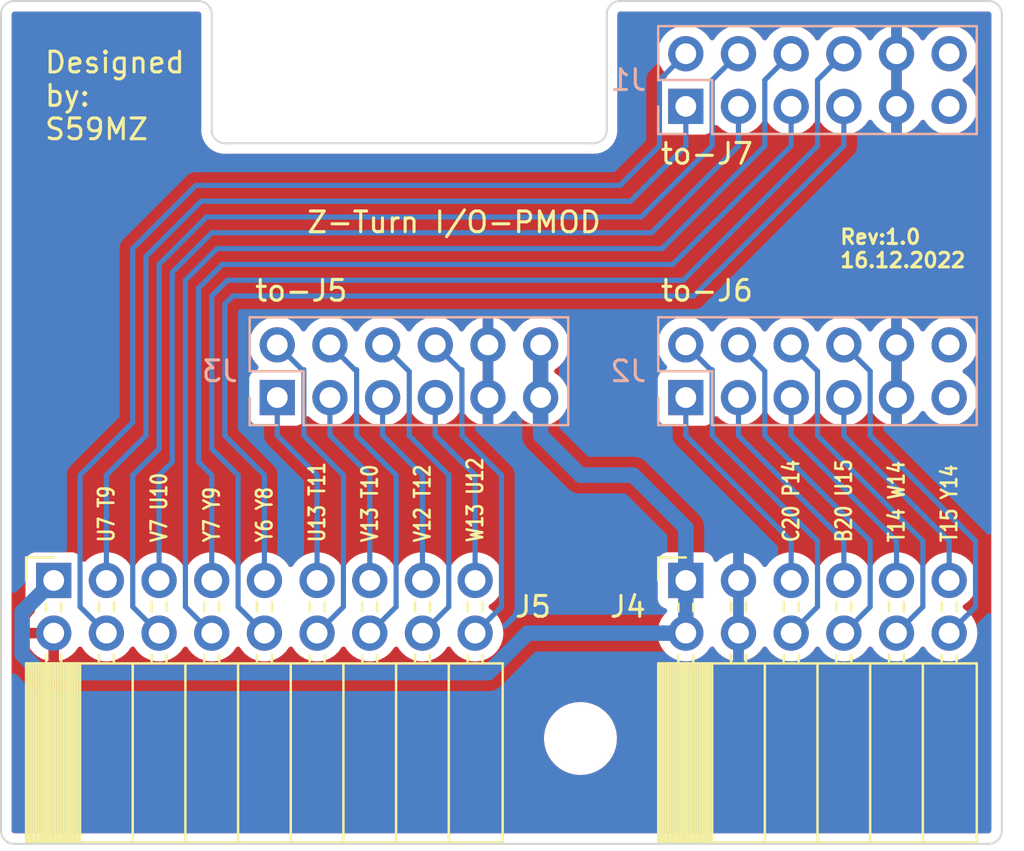
<source format=kicad_pcb>
(kicad_pcb (version 20221018) (generator pcbnew)
  (title_block (title "Z-Turn I/O PMOD Adaptor") (date "2022-12-16") (rev "1.0") (company "S59MZ"))
  (layers (0 "F.Cu" signal) (31 "B.Cu" signal) (34 "B.Paste" user) (35 "F.Paste" user) (36 "B.SilkS" user "B.Silkscreen") (37 "F.SilkS" user "F.Silkscreen") (38 "B.Mask" user) (39 "F.Mask" user) (44 "Edge.Cuts" user))
  (net 0 "")
  (net 1 "GND")
  (net 4 "+3V3")
  (net 5 "/t9")
  (net 6 "/u7")
  (net 7 "/u10")
  (net 8 "/v7")
  (net 9 "/y9")
  (net 10 "/y7")
  (net 11 "/y8")
  (net 12 "/y6")
  (net 15 "/p14")
  (net 16 "/c20")
  (net 17 "/u15")
  (net 18 "/b20")
  (net 19 "/w14")
  (net 20 "/t14")
  (net 21 "/y14")
  (net 22 "/t15")
  (net 23 "/t11")
  (net 24 "/u13")
  (net 25 "/t10")
  (net 26 "/v13")
  (net 27 "/t12")
  (net 28 "/v12")
  (net 29 "/u12")
  (net 30 "/w13")
  (footprint "MountingHole:MountingHole_2.5mm" (layer "F.Cu") (at 139.7 104.14)
    (fp_text reference "H1" hide)
    (fp_text value "2.5mm")
    (pad "" np_thru_hole circle (at 0 0) (size 2.5 2.5) (drill 2.5) (layers "*.Cu" "*.Mask"))
  )
  (footprint "Connector_PinSocket_2.54mm:PinSocket_2x06_P2.54mm_Horizontal" (layer "F.Cu") (at 144.78 96.52 90)
    (fp_text reference "J4" (at -1.27 -2.794) (layer "F.SilkS"))
    (fp_text value "pmod")
    (fp_line (start -12.63 -1.33) (end -12.63 14.03) (stroke (width 0.12)) (layer "F.SilkS"))
    (fp_line (start -12.63 -1.33) (end -4 -1.33) (stroke (width 0.12)) (layer "F.SilkS"))
    (fp_line (start -12.63 -1.21) (end -4 -1.21) (stroke (width 0.12)) (layer "F.SilkS"))
    (fp_line (start -12.63 -1.091905) (end -4 -1.091905) (stroke (width 0.12)) (layer "F.SilkS"))
    (fp_line (start -12.63 -0.97381) (end -4 -0.97381) (stroke (width 0.12)) (layer "F.SilkS"))
    (fp_line (start -12.63 -0.855715) (end -4 -0.855715) (stroke (width 0.12)) (layer "F.SilkS"))
    (fp_line (start -12.63 -0.73762) (end -4 -0.73762) (stroke (width 0.12)) (layer "F.SilkS"))
    (fp_line (start -12.63 -0.619525) (end -4 -0.619525) (stroke (width 0.12)) (layer "F.SilkS"))
    (fp_line (start -12.63 -0.50143) (end -4 -0.50143) (stroke (width 0.12)) (layer "F.SilkS"))
    (fp_line (start -12.63 -0.383335) (end -4 -0.383335) (stroke (width 0.12)) (layer "F.SilkS"))
    (fp_line (start -12.63 -0.26524) (end -4 -0.26524) (stroke (width 0.12)) (layer "F.SilkS"))
    (fp_line (start -12.63 -0.147145) (end -4 -0.147145) (stroke (width 0.12)) (layer "F.SilkS"))
    (fp_line (start -12.63 -0.02905) (end -4 -0.02905) (stroke (width 0.12)) (layer "F.SilkS"))
    (fp_line (start -12.63 0.089045) (end -4 0.089045) (stroke (width 0.12)) (layer "F.SilkS"))
    (fp_line (start -12.63 0.20714) (end -4 0.20714) (stroke (width 0.12)) (layer "F.SilkS"))
    (fp_line (start -12.63 0.325235) (end -4 0.325235) (stroke (width 0.12)) (layer "F.SilkS"))
    (fp_line (start -12.63 0.44333) (end -4 0.44333) (stroke (width 0.12)) (layer "F.SilkS"))
    (fp_line (start -12.63 0.561425) (end -4 0.561425) (stroke (width 0.12)) (layer "F.SilkS"))
    (fp_line (start -12.63 0.67952) (end -4 0.67952) (stroke (width 0.12)) (layer "F.SilkS"))
    (fp_line (start -12.63 0.797615) (end -4 0.797615) (stroke (width 0.12)) (layer "F.SilkS"))
    (fp_line (start -12.63 0.91571) (end -4 0.91571) (stroke (width 0.12)) (layer "F.SilkS"))
    (fp_line (start -12.63 1.033805) (end -4 1.033805) (stroke (width 0.12)) (layer "F.SilkS"))
    (fp_line (start -12.63 1.1519) (end -4 1.1519) (stroke (width 0.12)) (layer "F.SilkS"))
    (fp_line (start -12.63 1.27) (end -4 1.27) (stroke (width 0.12)) (layer "F.SilkS"))
    (fp_line (start -12.63 3.81) (end -4 3.81) (stroke (width 0.12)) (layer "F.SilkS"))
    (fp_line (start -12.63 6.35) (end -4 6.35) (stroke (width 0.12)) (layer "F.SilkS"))
    (fp_line (start -12.63 8.89) (end -4 8.89) (stroke (width 0.12)) (layer "F.SilkS"))
    (fp_line (start -12.63 11.43) (end -4 11.43) (stroke (width 0.12)) (layer "F.SilkS"))
    (fp_line (start -12.63 14.03) (end -4 14.03) (stroke (width 0.12)) (layer "F.SilkS"))
    (fp_line (start -4 -1.33) (end -4 14.03) (stroke (width 0.12)) (layer "F.SilkS"))
    (fp_line (start -4 -0.36) (end -3.59 -0.36) (stroke (width 0.12)) (layer "F.SilkS"))
    (fp_line (start -4 0.36) (end -3.59 0.36) (stroke (width 0.12)) (layer "F.SilkS"))
    (fp_line (start -4 2.18) (end -3.59 2.18) (stroke (width 0.12)) (layer "F.SilkS"))
    (fp_line (start -4 2.9) (end -3.59 2.9) (stroke (width 0.12)) (layer "F.SilkS"))
    (fp_line (start -4 4.72) (end -3.59 4.72) (stroke (width 0.12)) (layer "F.SilkS"))
    (fp_line (start -4 5.44) (end -3.59 5.44) (stroke (width 0.12)) (layer "F.SilkS"))
    (fp_line (start -4 7.26) (end -3.59 7.26) (stroke (width 0.12)) (layer "F.SilkS"))
    (fp_line (start -4 7.98) (end -3.59 7.98) (stroke (width 0.12)) (layer "F.SilkS"))
    (fp_line (start -4 9.8) (end -3.59 9.8) (stroke (width 0.12)) (layer "F.SilkS"))
    (fp_line (start -4 10.52) (end -3.59 10.52) (stroke (width 0.12)) (layer "F.SilkS"))
    (fp_line (start -4 12.34) (end -3.59 12.34) (stroke (width 0.12)) (layer "F.SilkS"))
    (fp_line (start -4 13.06) (end -3.59 13.06) (stroke (width 0.12)) (layer "F.SilkS"))
    (fp_line (start -1.49 -0.36) (end -1.11 -0.36) (stroke (width 0.12)) (layer "F.SilkS"))
    (fp_line (start -1.49 0.36) (end -1.11 0.36) (stroke (width 0.12)) (layer "F.SilkS"))
    (fp_line (start -1.49 2.18) (end -1.05 2.18) (stroke (width 0.12)) (layer "F.SilkS"))
    (fp_line (start -1.49 2.9) (end -1.05 2.9) (stroke (width 0.12)) (layer "F.SilkS"))
    (fp_line (start -1.49 4.72) (end -1.05 4.72) (stroke (width 0.12)) (layer "F.SilkS"))
    (fp_line (start -1.49 5.44) (end -1.05 5.44) (stroke (width 0.12)) (layer "F.SilkS"))
    (fp_line (start -1.49 7.26) (end -1.05 7.26) (stroke (width 0.12)) (layer "F.SilkS"))
    (fp_line (start -1.49 7.98) (end -1.05 7.98) (stroke (width 0.12)) (layer "F.SilkS"))
    (fp_line (start -1.49 9.8) (end -1.05 9.8) (stroke (width 0.12)) (layer "F.SilkS"))
    (fp_line (start -1.49 10.52) (end -1.05 10.52) (stroke (width 0.12)) (layer "F.SilkS"))
    (fp_line (start -1.49 12.34) (end -1.05 12.34) (stroke (width 0.12)) (layer "F.SilkS"))
    (fp_line (start -1.49 13.06) (end -1.05 13.06) (stroke (width 0.12)) (layer "F.SilkS"))
    (fp_line (start 0 -1.33) (end 1.11 -1.33) (stroke (width 0.12)) (layer "F.SilkS"))
    (fp_line (start 1.11 -1.33) (end 1.11 0) (stroke (width 0.12)) (layer "F.SilkS"))
    (pad "1" thru_hole rect locked (at 0 0 90) (size 1.7 1.7) (drill 1) (layers "*.Cu" "*.Mask") (net 4 "+3V3"))
    (pad "2" thru_hole oval locked (at -2.54 0 90) (size 1.7 1.7) (drill 1) (layers "*.Cu" "*.Mask") (net 4 "+3V3"))
    (pad "3" thru_hole oval locked (at 0 2.54 90) (size 1.7 1.7) (drill 1) (layers "*.Cu" "*.Mask") (net 1 "GND"))
    (pad "4" thru_hole oval locked (at -2.54 2.54 90) (size 1.7 1.7) (drill 1) (layers "*.Cu" "*.Mask") (net 1 "GND"))
    (pad "5" thru_hole oval locked (at 0 5.08 90) (size 1.7 1.7) (drill 1) (layers "*.Cu" "*.Mask") (net 15 "/p14"))
    (pad "6" thru_hole oval locked (at -2.54 5.08 90) (size 1.7 1.7) (drill 1) (layers "*.Cu" "*.Mask") (net 16 "/c20"))
    (pad "7" thru_hole oval locked (at 0 7.62 90) (size 1.7 1.7) (drill 1) (layers "*.Cu" "*.Mask") (net 17 "/u15"))
    (pad "8" thru_hole oval locked (at -2.54 7.62 90) (size 1.7 1.7) (drill 1) (layers "*.Cu" "*.Mask") (net 18 "/b20"))
    (pad "9" thru_hole oval locked (at 0 10.16 90) (size 1.7 1.7) (drill 1) (layers "*.Cu" "*.Mask") (net 19 "/w14"))
    (pad "10" thru_hole oval locked (at -2.54 10.16 90) (size 1.7 1.7) (drill 1) (layers "*.Cu" "*.Mask") (net 20 "/t14"))
    (pad "11" thru_hole oval locked (at 0 12.7 90) (size 1.7 1.7) (drill 1) (layers "*.Cu" "*.Mask") (net 21 "/y14"))
    (pad "12" thru_hole oval locked (at -2.54 12.7 90) (size 1.7 1.7) (drill 1) (layers "*.Cu" "*.Mask") (net 22 "/t15"))
  )
  (footprint "Connector_PinSocket_2.54mm:PinSocket_2x09_P2.54mm_Horizontal" (layer "F.Cu") (at 114.3 96.52 90)
    (fp_text reference "J5" (at -1.27 23.114) (layer "F.SilkS"))
    (fp_text value "cam")
    (fp_line (start -12.63 -1.33) (end -12.63 21.65) (stroke (width 0.12)) (layer "F.SilkS"))
    (fp_line (start -12.63 -1.33) (end -4 -1.33) (stroke (width 0.12)) (layer "F.SilkS"))
    (fp_line (start -12.63 -1.21) (end -4 -1.21) (stroke (width 0.12)) (layer "F.SilkS"))
    (fp_line (start -12.63 -1.091905) (end -4 -1.091905) (stroke (width 0.12)) (layer "F.SilkS"))
    (fp_line (start -12.63 -0.97381) (end -4 -0.97381) (stroke (width 0.12)) (layer "F.SilkS"))
    (fp_line (start -12.63 -0.855715) (end -4 -0.855715) (stroke (width 0.12)) (layer "F.SilkS"))
    (fp_line (start -12.63 -0.73762) (end -4 -0.73762) (stroke (width 0.12)) (layer "F.SilkS"))
    (fp_line (start -12.63 -0.619525) (end -4 -0.619525) (stroke (width 0.12)) (layer "F.SilkS"))
    (fp_line (start -12.63 -0.50143) (end -4 -0.50143) (stroke (width 0.12)) (layer "F.SilkS"))
    (fp_line (start -12.63 -0.383335) (end -4 -0.383335) (stroke (width 0.12)) (layer "F.SilkS"))
    (fp_line (start -12.63 -0.26524) (end -4 -0.26524) (stroke (width 0.12)) (layer "F.SilkS"))
    (fp_line (start -12.63 -0.147145) (end -4 -0.147145) (stroke (width 0.12)) (layer "F.SilkS"))
    (fp_line (start -12.63 -0.02905) (end -4 -0.02905) (stroke (width 0.12)) (layer "F.SilkS"))
    (fp_line (start -12.63 0.089045) (end -4 0.089045) (stroke (width 0.12)) (layer "F.SilkS"))
    (fp_line (start -12.63 0.20714) (end -4 0.20714) (stroke (width 0.12)) (layer "F.SilkS"))
    (fp_line (start -12.63 0.325235) (end -4 0.325235) (stroke (width 0.12)) (layer "F.SilkS"))
    (fp_line (start -12.63 0.44333) (end -4 0.44333) (stroke (width 0.12)) (layer "F.SilkS"))
    (fp_line (start -12.63 0.561425) (end -4 0.561425) (stroke (width 0.12)) (layer "F.SilkS"))
    (fp_line (start -12.63 0.67952) (end -4 0.67952) (stroke (width 0.12)) (layer "F.SilkS"))
    (fp_line (start -12.63 0.797615) (end -4 0.797615) (stroke (width 0.12)) (layer "F.SilkS"))
    (fp_line (start -12.63 0.91571) (end -4 0.91571) (stroke (width 0.12)) (layer "F.SilkS"))
    (fp_line (start -12.63 1.033805) (end -4 1.033805) (stroke (width 0.12)) (layer "F.SilkS"))
    (fp_line (start -12.63 1.1519) (end -4 1.1519) (stroke (width 0.12)) (layer "F.SilkS"))
    (fp_line (start -12.63 1.27) (end -4 1.27) (stroke (width 0.12)) (layer "F.SilkS"))
    (fp_line (start -12.63 3.81) (end -4 3.81) (stroke (width 0.12)) (layer "F.SilkS"))
    (fp_line (start -12.63 6.35) (end -4 6.35) (stroke (width 0.12)) (layer "F.SilkS"))
    (fp_line (start -12.63 8.89) (end -4 8.89) (stroke (width 0.12)) (layer "F.SilkS"))
    (fp_line (start -12.63 11.43) (end -4 11.43) (stroke (width 0.12)) (layer "F.SilkS"))
    (fp_line (start -12.63 13.97) (end -4 13.97) (stroke (width 0.12)) (layer "F.SilkS"))
    (fp_line (start -12.63 16.51) (end -4 16.51) (stroke (width 0.12)) (layer "F.SilkS"))
    (fp_line (start -12.63 19.05) (end -4 19.05) (stroke (width 0.12)) (layer "F.SilkS"))
    (fp_line (start -12.63 21.65) (end -4 21.65) (stroke (width 0.12)) (layer "F.SilkS"))
    (fp_line (start -4 -1.33) (end -4 21.65) (stroke (width 0.12)) (layer "F.SilkS"))
    (fp_line (start -4 -0.36) (end -3.59 -0.36) (stroke (width 0.12)) (layer "F.SilkS"))
    (fp_line (start -4 0.36) (end -3.59 0.36) (stroke (width 0.12)) (layer "F.SilkS"))
    (fp_line (start -4 2.18) (end -3.59 2.18) (stroke (width 0.12)) (layer "F.SilkS"))
    (fp_line (start -4 2.9) (end -3.59 2.9) (stroke (width 0.12)) (layer "F.SilkS"))
    (fp_line (start -4 4.72) (end -3.59 4.72) (stroke (width 0.12)) (layer "F.SilkS"))
    (fp_line (start -4 5.44) (end -3.59 5.44) (stroke (width 0.12)) (layer "F.SilkS"))
    (fp_line (start -4 7.26) (end -3.59 7.26) (stroke (width 0.12)) (layer "F.SilkS"))
    (fp_line (start -4 7.98) (end -3.59 7.98) (stroke (width 0.12)) (layer "F.SilkS"))
    (fp_line (start -4 9.8) (end -3.59 9.8) (stroke (width 0.12)) (layer "F.SilkS"))
    (fp_line (start -4 10.52) (end -3.59 10.52) (stroke (width 0.12)) (layer "F.SilkS"))
    (fp_line (start -4 12.34) (end -3.59 12.34) (stroke (width 0.12)) (layer "F.SilkS"))
    (fp_line (start -4 13.06) (end -3.59 13.06) (stroke (width 0.12)) (layer "F.SilkS"))
    (fp_line (start -4 14.88) (end -3.59 14.88) (stroke (width 0.12)) (layer "F.SilkS"))
    (fp_line (start -4 15.6) (end -3.59 15.6) (stroke (width 0.12)) (layer "F.SilkS"))
    (fp_line (start -4 17.42) (end -3.59 17.42) (stroke (width 0.12)) (layer "F.SilkS"))
    (fp_line (start -4 18.14) (end -3.59 18.14) (stroke (width 0.12)) (layer "F.SilkS"))
    (fp_line (start -4 19.96) (end -3.59 19.96) (stroke (width 0.12)) (layer "F.SilkS"))
    (fp_line (start -4 20.68) (end -3.59 20.68) (stroke (width 0.12)) (layer "F.SilkS"))
    (fp_line (start -1.49 -0.36) (end -1.11 -0.36) (stroke (width 0.12)) (layer "F.SilkS"))
    (fp_line (start -1.49 0.36) (end -1.11 0.36) (stroke (width 0.12)) (layer "F.SilkS"))
    (fp_line (start -1.49 2.18) (end -1.05 2.18) (stroke (width 0.12)) (layer "F.SilkS"))
    (fp_line (start -1.49 2.9) (end -1.05 2.9) (stroke (width 0.12)) (layer "F.SilkS"))
    (fp_line (start -1.49 4.72) (end -1.05 4.72) (stroke (width 0.12)) (layer "F.SilkS"))
    (fp_line (start -1.49 5.44) (end -1.05 5.44) (stroke (width 0.12)) (layer "F.SilkS"))
    (fp_line (start -1.49 7.26) (end -1.05 7.26) (stroke (width 0.12)) (layer "F.SilkS"))
    (fp_line (start -1.49 7.98) (end -1.05 7.98) (stroke (width 0.12)) (layer "F.SilkS"))
    (fp_line (start -1.49 9.8) (end -1.05 9.8) (stroke (width 0.12)) (layer "F.SilkS"))
    (fp_line (start -1.49 10.52) (end -1.05 10.52) (stroke (width 0.12)) (layer "F.SilkS"))
    (fp_line (start -1.49 12.34) (end -1.05 12.34) (stroke (width 0.12)) (layer "F.SilkS"))
    (fp_line (start -1.49 13.06) (end -1.05 13.06) (stroke (width 0.12)) (layer "F.SilkS"))
    (fp_line (start -1.49 14.88) (end -1.05 14.88) (stroke (width 0.12)) (layer "F.SilkS"))
    (fp_line (start -1.49 15.6) (end -1.05 15.6) (stroke (width 0.12)) (layer "F.SilkS"))
    (fp_line (start -1.49 17.42) (end -1.05 17.42) (stroke (width 0.12)) (layer "F.SilkS"))
    (fp_line (start -1.49 18.14) (end -1.05 18.14) (stroke (width 0.12)) (layer "F.SilkS"))
    (fp_line (start -1.49 19.96) (end -1.05 19.96) (stroke (width 0.12)) (layer "F.SilkS"))
    (fp_line (start -1.49 20.68) (end -1.05 20.68) (stroke (width 0.12)) (layer "F.SilkS"))
    (fp_line (start 0 -1.33) (end 1.11 -1.33) (stroke (width 0.12)) (layer "F.SilkS"))
    (fp_line (start 1.11 -1.33) (end 1.11 0) (stroke (width 0.12)) (layer "F.SilkS"))
    (pad "1" thru_hole rect locked (at 0 0 90) (size 1.7 1.7) (drill 1) (layers "*.Cu" "*.Mask") (net 4 "+3V3"))
    (pad "2" thru_hole oval locked (at -2.54 0 90) (size 1.7 1.7) (drill 1) (layers "*.Cu" "*.Mask") (net 1 "GND"))
    (pad "3" thru_hole oval locked (at 0 2.54 90) (size 1.7 1.7) (drill 1) (layers "*.Cu" "*.Mask") (net 5 "/t9"))
    (pad "4" thru_hole oval locked (at -2.54 2.54 90) (size 1.7 1.7) (drill 1) (layers "*.Cu" "*.Mask") (net 6 "/u7"))
    (pad "5" thru_hole oval locked (at 0 5.08 90) (size 1.7 1.7) (drill 1) (layers "*.Cu" "*.Mask") (net 7 "/u10"))
    (pad "6" thru_hole oval locked (at -2.54 5.08 90) (size 1.7 1.7) (drill 1) (layers "*.Cu" "*.Mask") (net 8 "/v7"))
    (pad "7" thru_hole oval locked (at 0 7.62 90) (size 1.7 1.7) (drill 1) (layers "*.Cu" "*.Mask") (net 9 "/y9"))
    (pad "8" thru_hole oval locked (at -2.54 7.62 90) (size 1.7 1.7) (drill 1) (layers "*.Cu" "*.Mask") (net 10 "/y7"))
    (pad "9" thru_hole oval locked (at 0 10.16 90) (size 1.7 1.7) (drill 1) (layers "*.Cu" "*.Mask") (net 11 "/y8"))
    (pad "10" thru_hole oval locked (at -2.54 10.16 90) (size 1.7 1.7) (drill 1) (layers "*.Cu" "*.Mask") (net 12 "/y6"))
    (pad "11" thru_hole oval locked (at 0 12.7 90) (size 1.7 1.7) (drill 1) (layers "*.Cu" "*.Mask") (net 23 "/t11"))
    (pad "12" thru_hole oval locked (at -2.54 12.7 90) (size 1.7 1.7) (drill 1) (layers "*.Cu" "*.Mask") (net 24 "/u13"))
    (pad "13" thru_hole oval locked (at 0 15.24 90) (size 1.7 1.7) (drill 1) (layers "*.Cu" "*.Mask") (net 25 "/t10"))
    (pad "14" thru_hole oval locked (at -2.54 15.24 90) (size 1.7 1.7) (drill 1) (layers "*.Cu" "*.Mask") (net 26 "/v13"))
    (pad "15" thru_hole oval locked (at 0 17.78 90) (size 1.7 1.7) (drill 1) (layers "*.Cu" "*.Mask") (net 27 "/t12"))
    (pad "16" thru_hole oval locked (at -2.54 17.78 90) (size 1.7 1.7) (drill 1) (layers "*.Cu" "*.Mask") (net 28 "/v12"))
    (pad "17" thru_hole oval locked (at 0 20.32 90) (size 1.7 1.7) (drill 1) (layers "*.Cu" "*.Mask") (net 29 "/u12"))
    (pad "18" thru_hole oval locked (at -2.54 20.32 90) (size 1.7 1.7) (drill 1) (layers "*.Cu" "*.Mask") (net 30 "/w13"))
  )
  (footprint "Connector_PinSocket_2.54mm:PinSocket_2x06_P2.54mm_Vertical" (layer "B.Cu") (at 125.08 87.7 -90)
    (fp_text reference "J3" (at -1.27 2.77) (layer "B.SilkS") (effects (justify mirror)))
    (fp_text value "to-J5")
    (fp_line (start -3.87 -14.03) (end 1.33 -14.03) (stroke (width 0.12)) (layer "B.SilkS"))
    (fp_line (start -3.87 1.33) (end -3.87 -14.03) (stroke (width 0.12)) (layer "B.SilkS"))
    (fp_line (start -3.87 1.33) (end -1.27 1.33) (stroke (width 0.12)) (layer "B.SilkS"))
    (fp_line (start -1.27 -1.27) (end 1.33 -1.27) (stroke (width 0.12)) (layer "B.SilkS"))
    (fp_line (start -1.27 1.33) (end -1.27 -1.27) (stroke (width 0.12)) (layer "B.SilkS"))
    (fp_line (start 0 1.33) (end 1.33 1.33) (stroke (width 0.12)) (layer "B.SilkS"))
    (fp_line (start 1.33 -1.27) (end 1.33 -14.03) (stroke (width 0.12)) (layer "B.SilkS"))
    (fp_line (start 1.33 1.33) (end 1.33 0) (stroke (width 0.12)) (layer "B.SilkS"))
    (pad "1" thru_hole rect locked (at 0 0 270) (size 1.7 1.7) (drill 1) (layers "*.Cu" "*.Mask") (net 23 "/t11"))
    (pad "2" thru_hole oval locked (at -2.54 0 270) (size 1.7 1.7) (drill 1) (layers "*.Cu" "*.Mask") (net 24 "/u13"))
    (pad "3" thru_hole oval locked (at 0 -2.54 270) (size 1.7 1.7) (drill 1) (layers "*.Cu" "*.Mask") (net 25 "/t10"))
    (pad "4" thru_hole oval locked (at -2.54 -2.54 270) (size 1.7 1.7) (drill 1) (layers "*.Cu" "*.Mask") (net 26 "/v13"))
    (pad "5" thru_hole oval locked (at 0 -5.08 270) (size 1.7 1.7) (drill 1) (layers "*.Cu" "*.Mask") (net 27 "/t12"))
    (pad "6" thru_hole oval locked (at -2.54 -5.08 270) (size 1.7 1.7) (drill 1) (layers "*.Cu" "*.Mask") (net 28 "/v12"))
    (pad "7" thru_hole oval locked (at 0 -7.62 270) (size 1.7 1.7) (drill 1) (layers "*.Cu" "*.Mask") (net 29 "/u12"))
    (pad "8" thru_hole oval locked (at -2.54 -7.62 270) (size 1.7 1.7) (drill 1) (layers "*.Cu" "*.Mask") (net 30 "/w13"))
    (pad "9" thru_hole oval locked (at 0 -10.16 270) (size 1.7 1.7) (drill 1) (layers "*.Cu" "*.Mask") (net 1 "GND"))
    (pad "10" thru_hole oval locked (at -2.54 -10.16 270) (size 1.7 1.7) (drill 1) (layers "*.Cu" "*.Mask") (net 1 "GND"))
    (pad "11" thru_hole oval locked (at 0 -12.7 270) (size 1.7 1.7) (drill 1) (layers "*.Cu" "*.Mask") (net 4 "+3V3"))
    (pad "12" thru_hole oval locked (at -2.54 -12.7 270) (size 1.7 1.7) (drill 1) (layers "*.Cu" "*.Mask") (net 4 "+3V3"))
  )
  (footprint "Connector_PinSocket_2.54mm:PinSocket_2x06_P2.54mm_Vertical" (layer "B.Cu") (at 144.78 73.66 -90)
    (fp_text reference "J1" (at -1.27 2.77) (layer "B.SilkS") (effects (justify mirror)))
    (fp_text value "to-J7")
    (fp_line (start -3.87 -14.03) (end 1.33 -14.03) (stroke (width 0.12)) (layer "B.SilkS"))
    (fp_line (start -3.87 1.33) (end -3.87 -14.03) (stroke (width 0.12)) (layer "B.SilkS"))
    (fp_line (start -3.87 1.33) (end -1.27 1.33) (stroke (width 0.12)) (layer "B.SilkS"))
    (fp_line (start -1.27 -1.27) (end 1.33 -1.27) (stroke (width 0.12)) (layer "B.SilkS"))
    (fp_line (start -1.27 1.33) (end -1.27 -1.27) (stroke (width 0.12)) (layer "B.SilkS"))
    (fp_line (start 0 1.33) (end 1.33 1.33) (stroke (width 0.12)) (layer "B.SilkS"))
    (fp_line (start 1.33 -1.27) (end 1.33 -14.03) (stroke (width 0.12)) (layer "B.SilkS"))
    (fp_line (start 1.33 1.33) (end 1.33 0) (stroke (width 0.12)) (layer "B.SilkS"))
    (pad "1" thru_hole rect locked (at 0 0 270) (size 1.7 1.7) (drill 1) (layers "*.Cu" "*.Mask") (net 5 "/t9"))
    (pad "2" thru_hole oval locked (at -2.54 0 270) (size 1.7 1.7) (drill 1) (layers "*.Cu" "*.Mask") (net 6 "/u7"))
    (pad "3" thru_hole oval locked (at 0 -2.54 270) (size 1.7 1.7) (drill 1) (layers "*.Cu" "*.Mask") (net 7 "/u10"))
    (pad "4" thru_hole oval locked (at -2.54 -2.54 270) (size 1.7 1.7) (drill 1) (layers "*.Cu" "*.Mask") (net 8 "/v7"))
    (pad "5" thru_hole oval locked (at 0 -5.08 270) (size 1.7 1.7) (drill 1) (layers "*.Cu" "*.Mask") (net 9 "/y9"))
    (pad "6" thru_hole oval locked (at -2.54 -5.08 270) (size 1.7 1.7) (drill 1) (layers "*.Cu" "*.Mask") (net 10 "/y7"))
    (pad "7" thru_hole oval locked (at 0 -7.62 270) (size 1.7 1.7) (drill 1) (layers "*.Cu" "*.Mask") (net 11 "/y8"))
    (pad "8" thru_hole oval locked (at -2.54 -7.62 270) (size 1.7 1.7) (drill 1) (layers "*.Cu" "*.Mask") (net 12 "/y6"))
    (pad "9" thru_hole oval locked (at 0 -10.16 270) (size 1.7 1.7) (drill 1) (layers "*.Cu" "*.Mask") (net 1 "GND"))
    (pad "10" thru_hole oval locked (at -2.54 -10.16 270) (size 1.7 1.7) (drill 1) (layers "*.Cu" "*.Mask") (net 1 "GND"))
    (pad "11" thru_hole oval locked (at 0 -12.7 270) (size 1.7 1.7) (drill 1) (layers "*.Cu" "*.Mask"))
    (pad "12" thru_hole oval locked (at -2.54 -12.7 270) (size 1.7 1.7) (drill 1) (layers "*.Cu" "*.Mask"))
  )
  (footprint "Connector_PinSocket_2.54mm:PinSocket_2x06_P2.54mm_Vertical" (layer "B.Cu") (at 144.78 87.7 -90)
    (fp_text reference "J2" (at -1.27 2.77) (layer "B.SilkS") (effects (justify mirror)))
    (fp_text value "to-J6")
    (fp_line (start -3.87 -14.03) (end 1.33 -14.03) (stroke (width 0.12)) (layer "B.SilkS"))
    (fp_line (start -3.87 1.33) (end -3.87 -14.03) (stroke (width 0.12)) (layer "B.SilkS"))
    (fp_line (start -3.87 1.33) (end -1.27 1.33) (stroke (width 0.12)) (layer "B.SilkS"))
    (fp_line (start -1.27 -1.27) (end 1.33 -1.27) (stroke (width 0.12)) (layer "B.SilkS"))
    (fp_line (start -1.27 1.33) (end -1.27 -1.27) (stroke (width 0.12)) (layer "B.SilkS"))
    (fp_line (start 0 1.33) (end 1.33 1.33) (stroke (width 0.12)) (layer "B.SilkS"))
    (fp_line (start 1.33 -1.27) (end 1.33 -14.03) (stroke (width 0.12)) (layer "B.SilkS"))
    (fp_line (start 1.33 1.33) (end 1.33 0) (stroke (width 0.12)) (layer "B.SilkS"))
    (pad "1" thru_hole rect locked (at 0 0 270) (size 1.7 1.7) (drill 1) (layers "*.Cu" "*.Mask") (net 15 "/p14"))
    (pad "2" thru_hole oval locked (at -2.54 0 270) (size 1.7 1.7) (drill 1) (layers "*.Cu" "*.Mask") (net 16 "/c20"))
    (pad "3" thru_hole oval locked (at 0 -2.54 270) (size 1.7 1.7) (drill 1) (layers "*.Cu" "*.Mask") (net 17 "/u15"))
    (pad "4" thru_hole oval locked (at -2.54 -2.54 270) (size 1.7 1.7) (drill 1) (layers "*.Cu" "*.Mask") (net 18 "/b20"))
    (pad "5" thru_hole oval locked (at 0 -5.08 270) (size 1.7 1.7) (drill 1) (layers "*.Cu" "*.Mask") (net 19 "/w14"))
    (pad "6" thru_hole oval locked (at -2.54 -5.08 270) (size 1.7 1.7) (drill 1) (layers "*.Cu" "*.Mask") (net 20 "/t14"))
    (pad "7" thru_hole oval locked (at 0 -7.62 270) (size 1.7 1.7) (drill 1) (layers "*.Cu" "*.Mask") (net 21 "/y14"))
    (pad "8" thru_hole oval locked (at -2.54 -7.62 270) (size 1.7 1.7) (drill 1) (layers "*.Cu" "*.Mask") (net 22 "/t15"))
    (pad "9" thru_hole oval locked (at 0 -10.16 270) (size 1.7 1.7) (drill 1) (layers "*.Cu" "*.Mask") (net 1 "GND"))
    (pad "10" thru_hole oval locked (at -2.54 -10.16 270) (size 1.7 1.7) (drill 1) (layers "*.Cu" "*.Mask") (net 1 "GND"))
    (pad "11" thru_hole oval locked (at 0 -12.7 270) (size 1.7 1.7) (drill 1) (layers "*.Cu" "*.Mask"))
    (pad "12" thru_hole oval locked (at -2.54 -12.7 270) (size 1.7 1.7) (drill 1) (layers "*.Cu" "*.Mask"))
  )
  (gr_arc (start 160.02 108.585) (mid 159.834013 109.034013) (end 159.385 109.22) (stroke (width 0.1)) (layer "Edge.Cuts"))
  (gr_arc (start 121.285 68.58) (mid 121.734013 68.765987) (end 121.92 69.215) (stroke (width 0.1)) (layer "Edge.Cuts"))
  (gr_arc (start 140.97 69.215) (mid 141.155987 68.765987) (end 141.605 68.58) (stroke (width 0.1)) (layer "Edge.Cuts"))
  (gr_line (start 111.76 69.215) (end 111.76 108.585) (stroke (width 0.1)) (layer "Edge.Cuts"))
  (gr_line (start 140.97 69.215) (end 140.97 74.803) (stroke (width 0.1)) (layer "Edge.Cuts"))
  (gr_line (start 159.385 68.58) (end 141.605 68.58) (stroke (width 0.1)) (layer "Edge.Cuts"))
  (gr_arc (start 112.395 109.22) (mid 111.945987 109.034013) (end 111.76 108.585) (stroke (width 0.1)) (layer "Edge.Cuts"))
  (gr_arc (start 111.76 69.215) (mid 111.945987 68.765987) (end 112.395 68.58) (stroke (width 0.1)) (layer "Edge.Cuts"))
  (gr_line (start 121.92 74.803) (end 121.92 69.215) (stroke (width 0.1)) (layer "Edge.Cuts"))
  (gr_arc (start 140.97 74.803) (mid 140.784013 75.252013) (end 140.335 75.438) (stroke (width 0.1)) (layer "Edge.Cuts"))
  (gr_line (start 160.02 108.585) (end 160.02 69.215) (stroke (width 0.1)) (layer "Edge.Cuts"))
  (gr_line (start 121.285 68.58) (end 112.395 68.58) (stroke (width 0.1)) (layer "Edge.Cuts"))
  (gr_arc (start 159.385 68.58) (mid 159.834013 68.765987) (end 160.02 69.215) (stroke (width 0.1)) (layer "Edge.Cuts"))
  (gr_arc (start 122.555 75.438) (mid 122.105987 75.252013) (end 121.92 74.803) (stroke (width 0.1)) (layer "Edge.Cuts"))
  (gr_line (start 140.335 75.438) (end 122.555 75.438) (stroke (width 0.1)) (layer "Edge.Cuts"))
  (gr_line (start 112.395 109.22) (end 159.385 109.22) (stroke (width 0.1)) (layer "Edge.Cuts"))
  (gr_text "B20 U15" (at 152.4 94.742 90) (layer "F.SilkS") (effects (font (size 0.75 0.6) (thickness 0.125)) (justify left)))
  (gr_text "Y7 Y9" (at 121.92 94.742 90) (layer "F.SilkS") (effects (font (size 0.75 0.6) (thickness 0.125)) (justify left)))
  (gr_text "to-J6" (at 145.796 82.55) (layer "F.SilkS") (effects (font (size 1 1))))
  (gr_text "C20 P14" (at 149.86 94.742 90) (layer "F.SilkS") (effects (font (size 0.75 0.6) (thickness 0.125)) (justify left)))
  (gr_text "U7 T9" (at 116.84 94.742 90) (layer "F.SilkS") (effects (font (size 0.75 0.6) (thickness 0.125)) (justify left)))
  (gr_text "U13 T11" (at 127 94.742 90) (layer "F.SilkS") (effects (font (size 0.75 0.6) (thickness 0.125)) (justify left)))
  (gr_text "Designed\nby:\nS59MZ" (at 113.792 73.152) (layer "F.SilkS") (effects (font (size 1 1)) (justify left)))
  (gr_text "V12 T12" (at 132.08 94.742 90) (layer "F.SilkS") (effects (font (size 0.75 0.6) (thickness 0.125)) (justify left)))
  (gr_text "W13 U12" (at 134.62 94.742 90) (layer "F.SilkS") (effects (font (size 0.75 0.6) (thickness 0.125)) (justify left)))
  (gr_text "V13 T10" (at 129.54 94.742 90) (layer "F.SilkS") (effects (font (size 0.75 0.6) (thickness 0.125)) (justify left)))
  (gr_text "T14 W14" (at 154.94 94.742 90) (layer "F.SilkS") (effects (font (size 0.75 0.6) (thickness 0.125)) (justify left)))
  (gr_text "to-J7" (at 145.796 75.946) (layer "F.SilkS") (effects (font (size 1 1))))
  (gr_text "Y6 Y8" (at 124.46 94.742 90) (layer "F.SilkS") (effects (font (size 0.75 0.6) (thickness 0.125)) (justify left)))
  (gr_text "to-J5" (at 126.238 82.55) (layer "F.SilkS") (effects (font (size 1 1))))
  (gr_text "Rev:1.0\n16.12.2022" (at 152.146 80.518) (layer "F.SilkS") (effects (font (size 0.7 0.7)) (justify left)))
  (gr_text "Z-Turn I/O-PMOD" (at 133.604 79.248) (layer "F.SilkS") (effects (font (size 1 1))))
  (gr_text "V7 U10" (at 119.38 94.742 90) (layer "F.SilkS") (effects (font (size 0.75 0.6) (thickness 0.125)) (justify left)))
  (gr_text "T15 Y14" (at 157.48 94.742 90) (layer "F.SilkS") (effects (font (size 0.75 0.6) (thickness 0.125)) (justify left)))
  (segment (start 137.16 99.06) (end 144.78 99.06) (width 0.75) (layer "B.Cu") (net 4))
  (segment (start 137.78 87.7) (end 137.78 89.52) (width 0.75) (layer "B.Cu") (net 4))
  (segment (start 112.776 98.044) (end 112.776 100.076) (width 0.75) (layer "B.Cu") (net 4))
  (segment (start 137.78 89.52) (end 139.7 91.44) (width 0.75) (layer "B.Cu") (net 4))
  (segment (start 113.665 100.965) (end 135.255 100.965) (width 0.75) (layer "B.Cu") (net 4))
  (segment (start 114.3 96.52) (end 112.776 98.044) (width 0.75) (layer "B.Cu") (net 4))
  (segment (start 142.24 91.44) (end 144.78 93.98) (width 0.75) (layer "B.Cu") (net 4))
  (segment (start 139.7 91.44) (end 142.24 91.44) (width 0.75) (layer "B.Cu") (net 4))
  (segment (start 144.78 93.98) (end 144.78 96.52) (width 0.75) (layer "B.Cu") (net 4))
  (segment (start 137.78 87.7) (end 137.78 85.16) (width 0.75) (layer "B.Cu") (net 4))
  (segment (start 144.78 96.52) (end 144.78 99.06) (width 0.75) (layer "B.Cu") (net 4))
  (segment (start 135.255 100.965) (end 137.16 99.06) (width 0.75) (layer "B.Cu") (net 4))
  (segment (start 112.776 100.076) (end 113.665 100.965) (width 0.75) (layer "B.Cu") (net 4))
  (segment (start 118.745 80.899) (end 118.745 89.535) (width 0.25) (layer "B.Cu") (net 5))
  (segment (start 118.745 89.535) (end 116.84 91.44) (width 0.25) (layer "B.Cu") (net 5))
  (segment (start 121.412 78.232) (end 118.745 80.899) (width 0.25) (layer "B.Cu") (net 5))
  (segment (start 116.84 91.44) (end 116.84 96.52) (width 0.25) (layer "B.Cu") (net 5))
  (segment (start 142.113 78.232) (end 121.412 78.232) (width 0.25) (layer "B.Cu") (net 5))
  (segment (start 144.78 73.66) (end 144.78 75.565) (width 0.25) (layer "B.Cu") (net 5))
  (segment (start 144.78 75.565) (end 142.113 78.232) (width 0.25) (layer "B.Cu") (net 5))
  (segment (start 141.605 77.47) (end 143.51 75.565) (width 0.25) (layer "B.Cu") (net 6))
  (segment (start 118.11 80.518) (end 121.158 77.47) (width 0.25) (layer "B.Cu") (net 6))
  (segment (start 143.51 72.39) (end 144.78 71.12) (width 0.25) (layer "B.Cu") (net 6))
  (segment (start 143.51 75.565) (end 143.51 72.39) (width 0.25) (layer "B.Cu") (net 6))
  (segment (start 116.84 99.06) (end 115.57 97.79) (width 0.25) (layer "B.Cu") (net 6))
  (segment (start 121.158 77.47) (end 141.605 77.47) (width 0.25) (layer "B.Cu") (net 6))
  (segment (start 115.57 91.44) (end 118.11 88.9) (width 0.25) (layer "B.Cu") (net 6))
  (segment (start 118.11 88.9) (end 118.11 80.518) (width 0.25) (layer "B.Cu") (net 6))
  (segment (start 115.57 97.79) (end 115.57 91.44) (width 0.25) (layer "B.Cu") (net 6))
  (segment (start 147.32 73.66) (end 147.32 75.563604) (width 0.25) (layer "B.Cu") (net 7))
  (segment (start 121.92 79.756) (end 120.015 81.661) (width 0.25) (layer "B.Cu") (net 7))
  (segment (start 119.38 91.44) (end 119.38 96.52) (width 0.25) (layer "B.Cu") (net 7))
  (segment (start 143.127604 79.756) (end 121.92 79.756) (width 0.25) (layer "B.Cu") (net 7))
  (segment (start 120.015 90.805) (end 119.38 91.44) (width 0.25) (layer "B.Cu") (net 7))
  (segment (start 120.015 81.661) (end 120.015 90.805) (width 0.25) (layer "B.Cu") (net 7))
  (segment (start 147.32 75.563604) (end 143.127604 79.756) (width 0.25) (layer "B.Cu") (net 7))
  (segment (start 147.32 71.12) (end 146.05 72.39) (width 0.25) (layer "B.Cu") (net 8))
  (segment (start 119.38 90.17) (end 118.11 91.44) (width 0.25) (layer "B.Cu") (net 8))
  (segment (start 142.621 78.994) (end 121.666 78.994) (width 0.25) (layer "B.Cu") (net 8))
  (segment (start 121.666 78.994) (end 119.38 81.28) (width 0.25) (layer "B.Cu") (net 8))
  (segment (start 146.05 75.565) (end 142.621 78.994) (width 0.25) (layer "B.Cu") (net 8))
  (segment (start 119.38 81.28) (end 119.38 90.17) (width 0.25) (layer "B.Cu") (net 8))
  (segment (start 118.11 97.79) (end 119.38 99.06) (width 0.25) (layer "B.Cu") (net 8))
  (segment (start 118.11 91.44) (end 118.11 97.79) (width 0.25) (layer "B.Cu") (net 8))
  (segment (start 146.05 72.39) (end 146.05 75.565) (width 0.25) (layer "B.Cu") (net 8))
  (segment (start 121.285 82.423) (end 121.285 90.805) (width 0.25) (layer "B.Cu") (net 9))
  (segment (start 144.145 81.28) (end 122.428 81.28) (width 0.25) (layer "B.Cu") (net 9))
  (segment (start 149.86 75.565) (end 144.145 81.28) (width 0.25) (layer "B.Cu") (net 9))
  (segment (start 121.285 90.805) (end 121.92 91.44) (width 0.25) (layer "B.Cu") (net 9))
  (segment (start 121.92 91.44) (end 121.92 96.52) (width 0.25) (layer "B.Cu") (net 9))
  (segment (start 122.428 81.28) (end 121.285 82.423) (width 0.25) (layer "B.Cu") (net 9))
  (segment (start 149.86 73.66) (end 149.86 75.565) (width 0.25) (layer "B.Cu") (net 9))
  (segment (start 120.65 97.79) (end 120.65 82.042) (width 0.25) (layer "B.Cu") (net 10))
  (segment (start 122.174 80.518) (end 143.637 80.518) (width 0.25) (layer "B.Cu") (net 10))
  (segment (start 148.59 75.565) (end 148.59 72.39) (width 0.25) (layer "B.Cu") (net 10))
  (segment (start 120.65 82.042) (end 122.174 80.518) (width 0.25) (layer "B.Cu") (net 10))
  (segment (start 121.92 99.06) (end 120.65 97.79) (width 0.25) (layer "B.Cu") (net 10))
  (segment (start 148.59 72.39) (end 149.86 71.12) (width 0.25) (layer "B.Cu") (net 10))
  (segment (start 143.637 80.518) (end 148.59 75.565) (width 0.25) (layer "B.Cu") (net 10))
  (segment (start 122.555 83.185) (end 122.936 82.804) (width 0.25) (layer "B.Cu") (net 11))
  (segment (start 122.555 89.535) (end 122.555 83.185) (width 0.25) (layer "B.Cu") (net 11))
  (segment (start 124.46 96.52) (end 124.46 91.44) (width 0.25) (layer "B.Cu") (net 11))
  (segment (start 124.46 91.44) (end 122.555 89.535) (width 0.25) (layer "B.Cu") (net 11))
  (segment (start 152.4 75.565) (end 152.4 73.66) (width 0.25) (layer "B.Cu") (net 11))
  (segment (start 145.161 82.804) (end 152.4 75.565) (width 0.25) (layer "B.Cu") (net 11))
  (segment (start 122.936 82.804) (end 145.161 82.804) (width 0.25) (layer "B.Cu") (net 11))
  (segment (start 151.13 75.565) (end 151.13 72.39) (width 0.25) (layer "B.Cu") (net 12))
  (segment (start 122.682 82.042) (end 144.653 82.042) (width 0.25) (layer "B.Cu") (net 12))
  (segment (start 121.92 82.804) (end 122.682 82.042) (width 0.25) (layer "B.Cu") (net 12))
  (segment (start 123.19 91.44) (end 121.92 90.17) (width 0.25) (layer "B.Cu") (net 12))
  (segment (start 151.13 72.39) (end 152.4 71.12) (width 0.25) (layer "B.Cu") (net 12))
  (segment (start 144.653 82.042) (end 151.13 75.565) (width 0.25) (layer "B.Cu") (net 12))
  (segment (start 123.19 97.79) (end 123.19 91.44) (width 0.25) (layer "B.Cu") (net 12))
  (segment (start 121.92 90.17) (end 121.92 82.804) (width 0.25) (layer "B.Cu") (net 12))
  (segment (start 124.46 99.06) (end 123.19 97.79) (width 0.25) (layer "B.Cu") (net 12))
  (segment (start 149.86 94.615) (end 149.86 96.52) (width 0.25) (layer "B.Cu") (net 15))
  (segment (start 144.78 87.7) (end 144.78 89.535) (width 0.25) (layer "B.Cu") (net 15))
  (segment (start 144.78 89.535) (end 149.86 94.615) (width 0.25) (layer "B.Cu") (net 15))
  (segment (start 146.05 89.535) (end 151.13 94.615) (width 0.25) (layer "B.Cu") (net 16))
  (segment (start 151.13 94.615) (end 151.13 97.79) (width 0.25) (layer "B.Cu") (net 16))
  (segment (start 144.78 85.16) (end 145.98 86.36) (width 0.25) (layer "B.Cu") (net 16))
  (segment (start 145.98 86.36) (end 146.05 86.36) (width 0.25) (layer "B.Cu") (net 16))
  (segment (start 146.05 86.36) (end 146.05 89.535) (width 0.25) (layer "B.Cu") (net 16))
  (segment (start 151.13 97.79) (end 149.86 99.06) (width 0.25) (layer "B.Cu") (net 16))
  (segment (start 147.32 87.7) (end 147.32 89.536041) (width 0.25) (layer "B.Cu") (net 17))
  (segment (start 147.32 89.536041) (end 152.4 94.616041) (width 0.25) (layer "B.Cu") (net 17))
  (segment (start 152.4 94.616041) (end 152.4 96.52) (width 0.25) (layer "B.Cu") (net 17))
  (segment (start 153.67 97.79) (end 152.4 99.06) (width 0.25) (layer "B.Cu") (net 18))
  (segment (start 153.67 94.615) (end 153.67 97.79) (width 0.25) (layer "B.Cu") (net 18))
  (segment (start 148.59 89.535) (end 153.67 94.615) (width 0.25) (layer "B.Cu") (net 18))
  (segment (start 147.32 85.16) (end 148.59 86.43) (width 0.25) (layer "B.Cu") (net 18))
  (segment (start 148.59 86.43) (end 148.59 89.535) (width 0.25) (layer "B.Cu") (net 18))
  (segment (start 154.94 94.615) (end 154.94 96.52) (width 0.25) (layer "B.Cu") (net 19))
  (segment (start 149.86 89.535) (end 154.94 94.615) (width 0.25) (layer "B.Cu") (net 19))
  (segment (start 149.86 87.7) (end 149.86 89.535) (width 0.25) (layer "B.Cu") (net 19))
  (segment (start 156.21 94.615) (end 156.21 97.79) (width 0.25) (layer "B.Cu") (net 20))
  (segment (start 149.86 85.16) (end 151.13 86.43) (width 0.25) (layer "B.Cu") (net 20))
  (segment (start 151.13 86.43) (end 151.13 89.535) (width 0.25) (layer "B.Cu") (net 20))
  (segment (start 151.13 89.535) (end 156.21 94.615) (width 0.25) (layer "B.Cu") (net 20))
  (segment (start 156.21 97.79) (end 154.94 99.06) (width 0.25) (layer "B.Cu") (net 20))
  (segment (start 152.4 87.7) (end 152.4 89.535) (width 0.25) (layer "B.Cu") (net 21))
  (segment (start 157.48 94.615) (end 157.48 96.52) (width 0.25) (layer "B.Cu") (net 21))
  (segment (start 152.4 89.535) (end 157.48 94.615) (width 0.25) (layer "B.Cu") (net 21))
  (segment (start 152.4 85.16) (end 153.67 86.43) (width 0.25) (layer "B.Cu") (net 22))
  (segment (start 158.75 94.615) (end 158.75 97.79) (width 0.25) (layer "B.Cu") (net 22))
  (segment (start 158.75 97.79) (end 157.48 99.06) (width 0.25) (layer "B.Cu") (net 22))
  (segment (start 153.67 89.535) (end 158.75 94.615) (width 0.25) (layer "B.Cu") (net 22))
  (segment (start 153.67 86.43) (end 153.67 89.535) (width 0.25) (layer "B.Cu") (net 22))
  (segment (start 127 91.44) (end 127 96.52) (width 0.25) (layer "B.Cu") (net 23))
  (segment (start 125.08 89.52) (end 127 91.44) (width 0.25) (layer "B.Cu") (net 23))
  (segment (start 125.08 87.7) (end 125.08 89.52) (width 0.25) (layer "B.Cu") (net 23))
  (segment (start 126.365 89.535) (end 126.365 86.36) (width 0.25) (layer "B.Cu") (net 24))
  (segment (start 126.365 86.36) (end 126.28 86.36) (width 0.25) (layer "B.Cu") (net 24))
  (segment (start 128.27 91.44) (end 126.365 89.535) (width 0.25) (layer "B.Cu") (net 24))
  (segment (start 128.27 97.79) (end 128.27 91.44) (width 0.25) (layer "B.Cu") (net 24))
  (segment (start 127 99.06) (end 128.27 97.79) (width 0.25) (layer "B.Cu") (net 24))
  (segment (start 126.28 86.36) (end 125.08 85.16) (width 0.25) (layer "B.Cu") (net 24))
  (segment (start 129.54 91.44) (end 129.54 96.52) (width 0.25) (layer "B.Cu") (net 25))
  (segment (start 127.62 87.7) (end 127.62 89.52) (width 0.25) (layer "B.Cu") (net 25))
  (segment (start 127.62 89.52) (end 129.54 91.44) (width 0.25) (layer "B.Cu") (net 25))
  (segment (start 130.81 91.44) (end 130.81 97.79) (width 0.25) (layer "B.Cu") (net 26))
  (segment (start 128.905 89.535) (end 130.81 91.44) (width 0.25) (layer "B.Cu") (net 26))
  (segment (start 128.82 86.36) (end 128.905 86.36) (width 0.25) (layer "B.Cu") (net 26))
  (segment (start 127.62 85.16) (end 128.82 86.36) (width 0.25) (layer "B.Cu") (net 26))
  (segment (start 130.81 97.79) (end 129.54 99.06) (width 0.25) (layer "B.Cu") (net 26))
  (segment (start 128.905 86.36) (end 128.905 89.535) (width 0.25) (layer "B.Cu") (net 26))
  (segment (start 130.16 89.52) (end 132.08 91.44) (width 0.25) (layer "B.Cu") (net 27))
  (segment (start 132.08 91.44) (end 132.08 96.52) (width 0.25) (layer "B.Cu") (net 27))
  (segment (start 130.16 87.7) (end 130.16 89.52) (width 0.25) (layer "B.Cu") (net 27))
  (segment (start 131.445 86.445) (end 131.445 89.535) (width 0.25) (layer "B.Cu") (net 28))
  (segment (start 131.445 89.535) (end 133.35 91.44) (width 0.25) (layer "B.Cu") (net 28))
  (segment (start 133.35 91.44) (end 133.35 97.79) (width 0.25) (layer "B.Cu") (net 28))
  (segment (start 133.35 97.79) (end 132.08 99.06) (width 0.25) (layer "B.Cu") (net 28))
  (segment (start 130.16 85.16) (end 131.445 86.445) (width 0.25) (layer "B.Cu") (net 28))
  (segment (start 132.7 89.52) (end 134.62 91.44) (width 0.25) (layer "B.Cu") (net 29))
  (segment (start 134.62 91.44) (end 134.62 96.52) (width 0.25) (layer "B.Cu") (net 29))
  (segment (start 132.7 87.7) (end 132.7 89.52) (width 0.25) (layer "B.Cu") (net 29))
  (segment (start 134.62 99.06) (end 135.89 97.79) (width 0.25) (layer "B.Cu") (net 30))
  (segment (start 135.89 97.79) (end 135.89 91.44) (width 0.25) (layer "B.Cu") (net 30))
  (segment (start 135.89 91.44) (end 133.985 89.535) (width 0.25) (layer "B.Cu") (net 30))
  (segment (start 133.9 86.36) (end 132.7 85.16) (width 0.25) (layer "B.Cu") (net 30))
  (segment (start 133.985 86.36) (end 133.9 86.36) (width 0.25) (layer "B.Cu") (net 30))
  (segment (start 133.985 89.535) (end 133.985 86.36) (width 0.25) (layer "B.Cu") (net 30))
  (zone (net 1) (net_name "GND") (layers "F&B.Cu") (connect_pads (clearance 0.508)) (min_thickness 0.254) (fill yes (thermal_gap 0.508) (thermal_bridge_width 0.508))
    (polygon (pts (xy 121.92 75.438) (xy 140.97 75.438) (xy 140.97 68.58) (xy 160.02 68.58) (xy 160.02 109.22) (xy 111.76 109.22) (xy 111.76 68.58) (xy 121.92 68.58)))
  )
)
</source>
